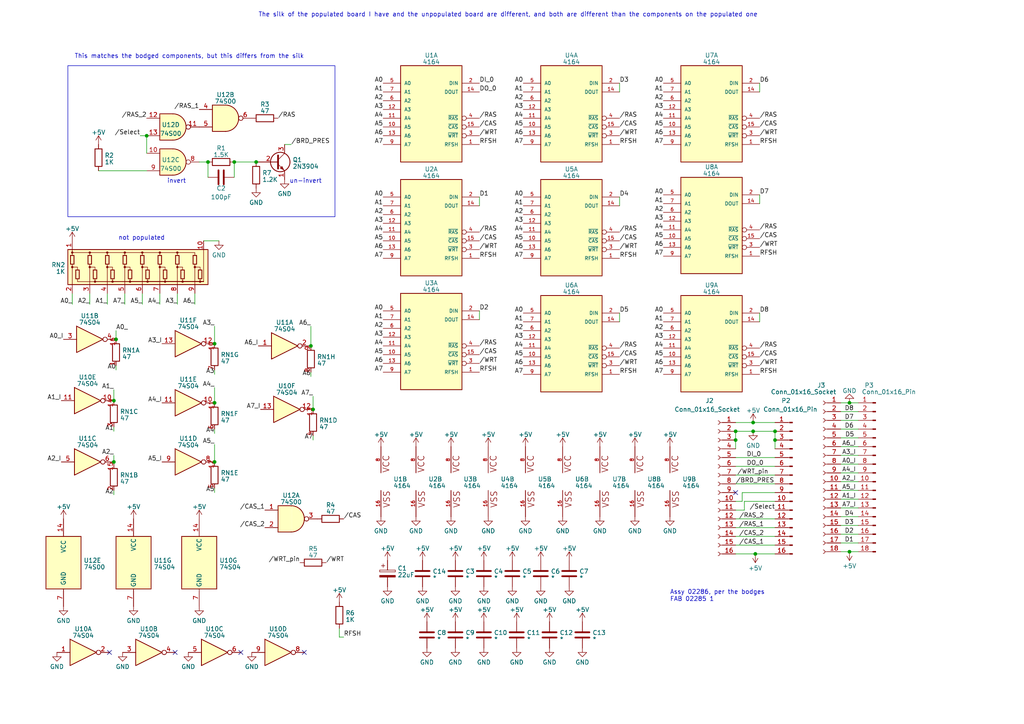
<source format=kicad_sch>
(kicad_sch (version 20230121) (generator eeschema)
  (paper "A4")
  (lib_symbols
    (symbol "74xx:74LS00" (pin_names (offset 1.016))
      (property "Reference" "U" (at 0 1.27 0))
      (property "Value" "74LS00" (at 0 -1.27 0))
      (symbol "74LS00_1_1"
        (pin input line (at -7.62 2.54 0) (length 3.81) (name "~") (number "1"))
        (pin input line (at -7.62 -2.54 0) (length 3.81) (name "~") (number "2"))
        (pin output inverted (at 7.62 0 180) (length 3.81) (name "~") (number "3"))
      )
      (symbol "74LS00_1_2"
        (pin input inverted (at -7.62 2.54 0) (length 4.318) (name "~") (number "1"))
        (pin input inverted (at -7.62 -2.54 0) (length 4.318) (name "~") (number "2"))
        (pin output line (at 7.62 0 180) (length 3.81) (name "~") (number "3"))
      )
      (symbol "74LS00_2_1"
        (pin input line (at -7.62 2.54 0) (length 3.81) (name "~") (number "4"))
        (pin input line (at -7.62 -2.54 0) (length 3.81) (name "~") (number "5"))
        (pin output inverted (at 7.62 0 180) (length 3.81) (name "~") (number "6"))
      )
      (symbol "74LS00_2_2"
        (pin input inverted (at -7.62 2.54 0) (length 4.318) (name "~") (number "4"))
        (pin input inverted (at -7.62 -2.54 0) (length 4.318) (name "~") (number "5"))
        (pin output line (at 7.62 0 180) (length 3.81) (name "~") (number "6"))
      )
      (symbol "74LS00_3_1"
        (pin input line (at -7.62 -2.54 0) (length 3.81) (name "~") (number "10"))
        (pin output inverted (at 7.62 0 180) (length 3.81) (name "~") (number "8"))
        (pin input line (at -7.62 2.54 0) (length 3.81) (name "~") (number "9"))
      )
      (symbol "74LS00_3_2"
        (pin input inverted (at -7.62 -2.54 0) (length 4.318) (name "~") (number "10"))
        (pin output line (at 7.62 0 180) (length 3.81) (name "~") (number "8"))
        (pin input inverted (at -7.62 2.54 0) (length 4.318) (name "~") (number "9"))
      )
      (symbol "74LS00_4_1"
        (pin output inverted (at 7.62 0 180) (length 3.81) (name "~") (number "11"))
        (pin input line (at -7.62 2.54 0) (length 3.81) (name "~") (number "12"))
        (pin input line (at -7.62 -2.54 0) (length 3.81) (name "~") (number "13"))
      )
      (symbol "74LS00_4_2"
        (pin output line (at 7.62 0 180) (length 3.81) (name "~") (number "11"))
        (pin input inverted (at -7.62 2.54 0) (length 4.318) (name "~") (number "12"))
        (pin input inverted (at -7.62 -2.54 0) (length 4.318) (name "~") (number "13"))
      )
      (symbol "74LS00_5_0"
        (pin power_in line (at 0 12.7 270) (length 5.08) (name "VCC") (number "14"))
        (pin power_in line (at 0 -12.7 90) (length 5.08) (name "GND") (number "7"))
      )
    )
    (symbol "74xx:74LS04"
      (property "Reference" "U" (at 0 1.27 0))
      (property "Value" "74LS04" (at 0 -1.27 0))
      (symbol "74LS04_1_0"
        (pin input line (at -7.62 0 0) (length 3.81) (name "~") (number "1"))
        (pin output inverted (at 7.62 0 180) (length 3.81) (name "~") (number "2"))
      )
      (symbol "74LS04_2_0"
        (pin input line (at -7.62 0 0) (length 3.81) (name "~") (number "3"))
        (pin output inverted (at 7.62 0 180) (length 3.81) (name "~") (number "4"))
      )
      (symbol "74LS04_3_0"
        (pin input line (at -7.62 0 0) (length 3.81) (name "~") (number "5"))
        (pin output inverted (at 7.62 0 180) (length 3.81) (name "~") (number "6"))
      )
      (symbol "74LS04_4_0"
        (pin output inverted (at 7.62 0 180) (length 3.81) (name "~") (number "8"))
        (pin input line (at -7.62 0 0) (length 3.81) (name "~") (number "9"))
      )
      (symbol "74LS04_5_0"
        (pin output inverted (at 7.62 0 180) (length 3.81) (name "~") (number "10"))
        (pin input line (at -7.62 0 0) (length 3.81) (name "~") (number "11"))
      )
      (symbol "74LS04_6_0"
        (pin output inverted (at 7.62 0 180) (length 3.81) (name "~") (number "12"))
        (pin input line (at -7.62 0 0) (length 3.81) (name "~") (number "13"))
      )
      (symbol "74LS04_7_0"
        (pin power_in line (at 0 12.7 270) (length 5.08) (name "VCC") (number "14"))
        (pin power_in line (at 0 -12.7 90) (length 5.08) (name "GND") (number "7"))
      )
    )
    (symbol "Connector:Conn_01x16_Pin" (pin_names (offset 1.016) hide)
      (property "Reference" "J" (at 0 20.32 0))
      (property "Value" "Conn_01x16_Pin" (at 0 -22.86 0))
      (symbol "Conn_01x16_Pin_1_1"
        (pin passive line (at 5.08 17.78 180) (length 3.81) (name "Pin_1") (number "1"))
        (pin passive line (at 5.08 -5.08 180) (length 3.81) (name "Pin_10") (number "10"))
        (pin passive line (at 5.08 -7.62 180) (length 3.81) (name "Pin_11") (number "11"))
        (pin passive line (at 5.08 -10.16 180) (length 3.81) (name "Pin_12") (number "12"))
        (pin passive line (at 5.08 -12.7 180) (length 3.81) (name "Pin_13") (number "13"))
        (pin passive line (at 5.08 -15.24 180) (length 3.81) (name "Pin_14") (number "14"))
        (pin passive line (at 5.08 -17.78 180) (length 3.81) (name "Pin_15") (number "15"))
        (pin passive line (at 5.08 -20.32 180) (length 3.81) (name "Pin_16") (number "16"))
        (pin passive line (at 5.08 15.24 180) (length 3.81) (name "Pin_2") (number "2"))
        (pin passive line (at 5.08 12.7 180) (length 3.81) (name "Pin_3") (number "3"))
        (pin passive line (at 5.08 10.16 180) (length 3.81) (name "Pin_4") (number "4"))
        (pin passive line (at 5.08 7.62 180) (length 3.81) (name "Pin_5") (number "5"))
        (pin passive line (at 5.08 5.08 180) (length 3.81) (name "Pin_6") (number "6"))
        (pin passive line (at 5.08 2.54 180) (length 3.81) (name "Pin_7") (number "7"))
        (pin passive line (at 5.08 0 180) (length 3.81) (name "Pin_8") (number "8"))
        (pin passive line (at 5.08 -2.54 180) (length 3.81) (name "Pin_9") (number "9"))
      )
    )
    (symbol "Connector:Conn_01x16_Socket" (pin_names (offset 1.016) hide)
      (property "Reference" "J" (at 0 20.32 0))
      (property "Value" "Conn_01x16_Socket" (at 0 -22.86 0))
      (symbol "Conn_01x16_Socket_1_1"
        (pin passive line (at -5.08 17.78 0) (length 3.81) (name "Pin_1") (number "1"))
        (pin passive line (at -5.08 -5.08 0) (length 3.81) (name "Pin_10") (number "10"))
        (pin passive line (at -5.08 -7.62 0) (length 3.81) (name "Pin_11") (number "11"))
        (pin passive line (at -5.08 -10.16 0) (length 3.81) (name "Pin_12") (number "12"))
        (pin passive line (at -5.08 -12.7 0) (length 3.81) (name "Pin_13") (number "13"))
        (pin passive line (at -5.08 -15.24 0) (length 3.81) (name "Pin_14") (number "14"))
        (pin passive line (at -5.08 -17.78 0) (length 3.81) (name "Pin_15") (number "15"))
        (pin passive line (at -5.08 -20.32 0) (length 3.81) (name "Pin_16") (number "16"))
        (pin passive line (at -5.08 15.24 0) (length 3.81) (name "Pin_2") (number "2"))
        (pin passive line (at -5.08 12.7 0) (length 3.81) (name "Pin_3") (number "3"))
        (pin passive line (at -5.08 10.16 0) (length 3.81) (name "Pin_4") (number "4"))
        (pin passive line (at -5.08 7.62 0) (length 3.81) (name "Pin_5") (number "5"))
        (pin passive line (at -5.08 5.08 0) (length 3.81) (name "Pin_6") (number "6"))
        (pin passive line (at -5.08 2.54 0) (length 3.81) (name "Pin_7") (number "7"))
        (pin passive line (at -5.08 0 0) (length 3.81) (name "Pin_8") (number "8"))
        (pin passive line (at -5.08 -2.54 0) (length 3.81) (name "Pin_9") (number "9"))
      )
    )
    (symbol "Connector:Conn_01x18_Pin" (pin_names (offset 1.016) hide)
      (property "Reference" "J" (at 0 22.86 0))
      (property "Value" "Conn_01x18_Pin" (at 0 -25.4 0))
      (symbol "Conn_01x18_Pin_1_1"
        (pin passive line (at 5.08 20.32 180) (length 3.81) (name "Pin_1") (number "1"))
        (pin passive line (at 5.08 -2.54 180) (length 3.81) (name "Pin_10") (number "10"))
        (pin passive line (at 5.08 -5.08 180) (length 3.81) (name "Pin_11") (number "11"))
        (pin passive line (at 5.08 -7.62 180) (length 3.81) (name "Pin_12") (number "12"))
        (pin passive line (at 5.08 -10.16 180) (length 3.81) (name "Pin_13") (number "13"))
        (pin passive line (at 5.08 -12.7 180) (length 3.81) (name "Pin_14") (number "14"))
        (pin passive line (at 5.08 -15.24 180) (length 3.81) (name "Pin_15") (number "15"))
        (pin passive line (at 5.08 -17.78 180) (length 3.81) (name "Pin_16") (number "16"))
        (pin passive line (at 5.08 -20.32 180) (length 3.81) (name "Pin_17") (number "17"))
        (pin passive line (at 5.08 -22.86 180) (length 3.81) (name "Pin_18") (number "18"))
        (pin passive line (at 5.08 17.78 180) (length 3.81) (name "Pin_2") (number "2"))
        (pin passive line (at 5.08 15.24 180) (length 3.81) (name "Pin_3") (number "3"))
        (pin passive line (at 5.08 12.7 180) (length 3.81) (name "Pin_4") (number "4"))
        (pin passive line (at 5.08 10.16 180) (length 3.81) (name "Pin_5") (number "5"))
        (pin passive line (at 5.08 7.62 180) (length 3.81) (name "Pin_6") (number "6"))
        (pin passive line (at 5.08 5.08 180) (length 3.81) (name "Pin_7") (number "7"))
        (pin passive line (at 5.08 2.54 180) (length 3.81) (name "Pin_8") (number "8"))
        (pin passive line (at 5.08 0 180) (length 3.81) (name "Pin_9") (number "9"))
      )
    )
    (symbol "Connector:Conn_01x18_Socket" (pin_names (offset 1.016) hide)
      (property "Reference" "J" (at 0 22.86 0))
      (property "Value" "Conn_01x18_Socket" (at 0 -25.4 0))
      (symbol "Conn_01x18_Socket_1_1"
        (pin passive line (at -5.08 20.32 0) (length 3.81) (name "Pin_1") (number "1"))
        (pin passive line (at -5.08 -2.54 0) (length 3.81) (name "Pin_10") (number "10"))
        (pin passive line (at -5.08 -5.08 0) (length 3.81) (name "Pin_11") (number "11"))
        (pin passive line (at -5.08 -7.62 0) (length 3.81) (name "Pin_12") (number "12"))
        (pin passive line (at -5.08 -10.16 0) (length 3.81) (name "Pin_13") (number "13"))
        (pin passive line (at -5.08 -12.7 0) (length 3.81) (name "Pin_14") (number "14"))
        (pin passive line (at -5.08 -15.24 0) (length 3.81) (name "Pin_15") (number "15"))
        (pin passive line (at -5.08 -17.78 0) (length 3.81) (name "Pin_16") (number "16"))
        (pin passive line (at -5.08 -20.32 0) (length 3.81) (name "Pin_17") (number "17"))
        (pin passive line (at -5.08 -22.86 0) (length 3.81) (name "Pin_18") (number "18"))
        (pin passive line (at -5.08 17.78 0) (length 3.81) (name "Pin_2") (number "2"))
        (pin passive line (at -5.08 15.24 0) (length 3.81) (name "Pin_3") (number "3"))
        (pin passive line (at -5.08 12.7 0) (length 3.81) (name "Pin_4") (number "4"))
        (pin passive line (at -5.08 10.16 0) (length 3.81) (name "Pin_5") (number "5"))
        (pin passive line (at -5.08 7.62 0) (length 3.81) (name "Pin_6") (number "6"))
        (pin passive line (at -5.08 5.08 0) (length 3.81) (name "Pin_7") (number "7"))
        (pin passive line (at -5.08 2.54 0) (length 3.81) (name "Pin_8") (number "8"))
        (pin passive line (at -5.08 0 0) (length 3.81) (name "Pin_9") (number "9"))
      )
    )
    (symbol "Device:C" (pin_numbers hide) (pin_names (offset 0.254))
      (property "Reference" "C" (at 0.635 2.54 0))
      (property "Value" "C" (at 0.635 -2.54 0))
      (symbol "C_1_1"
        (pin passive line (at 0 3.81 270) (length 2.794) (name "~") (number "1"))
        (pin passive line (at 0 -3.81 90) (length 2.794) (name "~") (number "2"))
      )
    )
    (symbol "Device:C_Polarized" (pin_numbers hide) (pin_names (offset 0.254))
      (property "Reference" "C" (at 0.635 2.54 0))
      (property "Value" "C_Polarized" (at 0.635 -2.54 0))
      (symbol "C_Polarized_1_1"
        (pin passive line (at 0 3.81 270) (length 2.794) (name "~") (number "1"))
        (pin passive line (at 0 -3.81 90) (length 2.794) (name "~") (number "2"))
      )
    )
    (symbol "Device:R" (pin_numbers hide) (pin_names (offset 0))
      (property "Reference" "R" (at 2.032 0 90))
      (property "Value" "R" (at 0 0 90))
      (symbol "R_1_1"
        (pin passive line (at 0 3.81 270) (length 1.27) (name "~") (number "1"))
        (pin passive line (at 0 -3.81 90) (length 1.27) (name "~") (number "2"))
      )
    )
    (symbol "Device:R_Network_Dividers_x08_SIP" (pin_names (offset 0) hide)
      (property "Reference" "RN" (at -22.86 0 90))
      (property "Value" "R_Network_Dividers_x08_SIP" (at 20.32 0 90))
      (symbol "R_Network_Dividers_x08_SIP_1_1"
        (pin passive line (at -20.32 7.62 270) (length 2.54) (name "COM1") (number "1"))
        (pin passive line (at 17.78 7.62 270) (length 2.54) (name "COM2") (number "10"))
        (pin passive line (at -20.32 -7.62 90) (length 2.54) (name "R1") (number "2"))
        (pin passive line (at -15.24 -7.62 90) (length 2.54) (name "R2") (number "3"))
        (pin passive line (at -10.16 -7.62 90) (length 2.54) (name "R3") (number "4"))
        (pin passive line (at -5.08 -7.62 90) (length 2.54) (name "R4") (number "5"))
        (pin passive line (at 0 -7.62 90) (length 2.54) (name "R5") (number "6"))
        (pin passive line (at 5.08 -7.62 90) (length 2.54) (name "R6") (number "7"))
        (pin passive line (at 10.16 -7.62 90) (length 2.54) (name "R7") (number "8"))
        (pin passive line (at 15.24 -7.62 90) (length 2.54) (name "R8") (number "9"))
      )
    )
    (symbol "Device:R_Pack08_Split" (pin_names (offset 0) hide)
      (property "Reference" "RN" (at 2.032 0 90))
      (property "Value" "R_Pack08_Split" (at 0 0 90))
      (symbol "R_Pack08_Split_1_1"
        (pin passive line (at 0 -3.81 90) (length 1.27) (name "R1.1") (number "1"))
        (pin passive line (at 0 3.81 270) (length 1.27) (name "R1.2") (number "16"))
      )
      (symbol "R_Pack08_Split_2_1"
        (pin passive line (at 0 3.81 270) (length 1.27) (name "R2.2") (number "15"))
        (pin passive line (at 0 -3.81 90) (length 1.27) (name "R2.1") (number "2"))
      )
      (symbol "R_Pack08_Split_3_1"
        (pin passive line (at 0 3.81 270) (length 1.27) (name "R3.2") (number "14"))
        (pin passive line (at 0 -3.81 90) (length 1.27) (name "R3.1") (number "3"))
      )
      (symbol "R_Pack08_Split_4_1"
        (pin passive line (at 0 3.81 270) (length 1.27) (name "R4.2") (number "13"))
        (pin passive line (at 0 -3.81 90) (length 1.27) (name "R4.1") (number "4"))
      )
      (symbol "R_Pack08_Split_5_1"
        (pin passive line (at 0 3.81 270) (length 1.27) (name "R5.2") (number "12"))
        (pin passive line (at 0 -3.81 90) (length 1.27) (name "R5.1") (number "5"))
      )
      (symbol "R_Pack08_Split_6_1"
        (pin passive line (at 0 3.81 270) (length 1.27) (name "R6.2") (number "11"))
        (pin passive line (at 0 -3.81 90) (length 1.27) (name "R6.1") (number "6"))
      )
      (symbol "R_Pack08_Split_7_1"
        (pin passive line (at 0 3.81 270) (length 1.27) (name "R7.2") (number "10"))
        (pin passive line (at 0 -3.81 90) (length 1.27) (name "R7.1") (number "7"))
      )
      (symbol "R_Pack08_Split_8_1"
        (pin passive line (at 0 -3.81 90) (length 1.27) (name "R8.1") (number "8"))
        (pin passive line (at 0 3.81 270) (length 1.27) (name "R8.2") (number "9"))
      )
    )
    (symbol "Evan's parts:4164" (pin_names (offset 1.016))
      (property "Reference" "IC" (at -5.08 12.7 0))
      (property "Value" "4164" (at -5.08 -12.065 0))
      (symbol "4164_1_0"
        (pin input line (at 15.24 -7.62 180) (length 5.08) (name "RFSH") (number "1"))
        (pin input line (at -12.7 -2.54 0) (length 5.08) (name "A5") (number "10"))
        (pin input line (at -12.7 0 0) (length 5.08) (name "A4") (number "11"))
        (pin input line (at -12.7 2.54 0) (length 5.08) (name "A3") (number "12"))
        (pin input line (at -12.7 -5.08 0) (length 5.08) (name "A6") (number "13"))
        (pin output line (at 15.24 7.62 180) (length 5.08) (name "DOUT") (number "14"))
        (pin input inverted (at 15.24 -2.54 180) (length 5.08) (name "~{CAS}") (number "15"))
        (pin input line (at 15.24 10.16 180) (length 5.08) (name "DIN") (number "2"))
        (pin input inverted (at 15.24 -5.08 180) (length 5.08) (name "~{WRT}") (number "3"))
        (pin input inverted (at 15.24 0 180) (length 5.08) (name "~{RAS}") (number "4"))
        (pin input line (at -12.7 10.16 0) (length 5.08) (name "A0") (number "5"))
        (pin input line (at -12.7 5.08 0) (length 5.08) (name "A2") (number "6"))
        (pin input line (at -12.7 7.62 0) (length 5.08) (name "A1") (number "7"))
        (pin input line (at -12.7 -7.62 0) (length 5.08) (name "A7") (number "9"))
      )
      (symbol "4164_2_0"
        (text "VCC" (at 2.54 2.54 900) (effects (font (size 1.778 1.778)) (justify left bottom)))
        (text "VSS" (at 0.635 -2.54 900) (effects (font (size 1.778 1.778)) (justify right top)))
        (pin power_in line (at 0 -10.16 90) (length 7.62) (name "~") (number "16"))
        (pin power_in line (at 0 10.16 270) (length 7.62) (name "~") (number "8"))
      )
    )
    (symbol "Transistor_BJT:2N3904" (pin_names (offset 0) hide)
      (property "Reference" "Q" (at 5.08 1.905 0))
      (property "Value" "2N3904" (at 5.08 0 0))
      (symbol "2N3904_1_1"
        (pin passive line (at 2.54 -5.08 90) (length 2.54) (name "E") (number "1"))
        (pin passive line (at -5.08 0 0) (length 5.715) (name "B") (number "2"))
        (pin passive line (at 2.54 5.08 270) (length 2.54) (name "C") (number "3"))
      )
    )
    (symbol "power:+5V" (power) (pin_names (offset 0))
      (property "Value" "+5V" (at 0 3.556 0))
      (symbol "+5V_1_1"
        (pin power_in line (at 0 0 90) (length 0) hide (name "+5V") (number "1"))
      )
    )
    (symbol "power:GND" (power) (pin_names (offset 0))
      (property "Value" "GND" (at 0 -3.81 0))
      (symbol "GND_1_1"
        (pin power_in line (at 0 0 270) (length 0) hide (name "GND") (number "1"))
      )
    )
  )
  (junction (at 224.79 125.095))
  (junction (at 33.655 98.425))
  (junction (at 62.23 116.84))
  (junction (at 90.805 118.745))
  (junction (at 62.23 99.695))
  (junction (at 74.295 46.99))
  (junction (at 42.545 39.37))
  (junction (at 33.02 133.985))
  (junction (at 218.44 125.095))
  (junction (at 213.36 127.635))
  (junction (at 62.23 133.985))
  (junction (at 219.075 160.655))
  (junction (at 60.325 46.99))
  (junction (at 213.36 125.095))
  (junction (at 246.38 116.84))
  (junction (at 246.38 160.02))
  (junction (at 67.945 46.99))
  (junction (at 90.17 100.33))
  (junction (at 218.44 122.555))
  (junction (at 33.02 116.205))
  (junction (at 224.79 127.635))
  (no_connect (at 31.75 189.23))
  (no_connect (at 213.36 142.875))
  (no_connect (at 69.85 189.23))
  (no_connect (at 88.265 189.23))
  (no_connect (at 50.8 189.23))
  (wire (pts (xy 215.9 147.955) (xy 215.9 145.415)))
  (wire (pts (xy 243.84 119.38) (xy 248.92 119.38)))
  (wire (pts (xy 62.23 94.615) (xy 62.23 99.695)))
  (wire (pts (xy 33.02 142.24) (xy 33.02 143.51)))
  (wire (pts (xy 218.44 122.555) (xy 224.79 122.555)))
  (wire (pts (xy 213.36 137.795) (xy 224.79 137.795)))
  (wire (pts (xy 179.705 24.13) (xy 179.705 26.67)))
  (wire (pts (xy 99.695 184.785) (xy 98.425 184.785)))
  (wire (pts (xy 28.575 49.53) (xy 42.545 49.53)))
  (wire (pts (xy 243.84 121.92) (xy 248.92 121.92)))
  (wire (pts (xy 243.84 147.32) (xy 248.92 147.32)))
  (wire (pts (xy 213.36 125.095) (xy 218.44 125.095)))
  (wire (pts (xy 90.805 114.935) (xy 90.805 118.745)))
  (wire (pts (xy 179.705 90.805) (xy 179.705 93.345)))
  (wire (pts (xy 59.055 69.85) (xy 63.5 69.85)))
  (wire (pts (xy 74.295 46.99) (xy 74.93 46.99)))
  (wire (pts (xy 243.84 144.78) (xy 248.92 144.78)))
  (wire (pts (xy 213.36 150.495) (xy 224.79 150.495)))
  (wire (pts (xy 62.23 107.315) (xy 62.23 108.585)))
  (wire (pts (xy 246.38 160.02) (xy 248.92 160.02)))
  (wire (pts (xy 40.64 39.37) (xy 42.545 39.37)))
  (wire (pts (xy 41.275 88.265) (xy 41.275 85.09)))
  (wire (pts (xy 213.36 132.715) (xy 224.79 132.715)))
  (wire (pts (xy 56.515 88.265) (xy 56.515 85.09)))
  (wire (pts (xy 60.325 46.99) (xy 60.325 51.435)))
  (wire (pts (xy 213.36 140.335) (xy 224.79 140.335)))
  (wire (pts (xy 243.84 152.4) (xy 248.92 152.4)))
  (wire (pts (xy 82.55 41.91) (xy 84.455 41.91)))
  (wire (pts (xy 220.345 90.805) (xy 220.345 93.345)))
  (wire (pts (xy 246.38 116.84) (xy 248.92 116.84)))
  (wire (pts (xy 213.36 122.555) (xy 218.44 122.555)))
  (wire (pts (xy 33.02 133.985) (xy 33.02 134.62)))
  (wire (pts (xy 213.36 145.415) (xy 215.265 145.415)))
  (wire (pts (xy 243.84 157.48) (xy 248.92 157.48)))
  (wire (pts (xy 26.035 85.09) (xy 26.035 88.265)))
  (wire (pts (xy 139.065 90.17) (xy 139.065 92.71)))
  (wire (pts (xy 33.655 106.045) (xy 33.655 107.315)))
  (wire (pts (xy 60.325 46.99) (xy 57.785 46.99)))
  (wire (pts (xy 224.79 127.635) (xy 224.79 130.175)))
  (wire (pts (xy 67.945 46.99) (xy 67.945 51.435)))
  (wire (pts (xy 62.23 128.905) (xy 62.23 133.985)))
  (wire (pts (xy 243.84 134.62) (xy 248.92 134.62)))
  (wire (pts (xy 33.02 132.08) (xy 33.02 133.985)))
  (wire (pts (xy 213.36 125.095) (xy 213.36 127.635)))
  (wire (pts (xy 220.345 24.13) (xy 220.345 26.67)))
  (wire (pts (xy 213.36 147.955) (xy 215.9 147.955)))
  (wire (pts (xy 31.115 85.09) (xy 31.115 88.265)))
  (wire (pts (xy 42.545 39.37) (xy 42.545 44.45)))
  (wire (pts (xy 224.79 125.095) (xy 224.79 127.635)))
  (wire (pts (xy 62.23 124.46) (xy 62.23 125.73)))
  (wire (pts (xy 243.84 132.08) (xy 248.92 132.08)))
  (wire (pts (xy 243.84 160.02) (xy 246.38 160.02)))
  (wire (pts (xy 220.345 56.515) (xy 220.345 59.055)))
  (wire (pts (xy 46.355 88.265) (xy 46.355 85.09)))
  (wire (pts (xy 243.84 127) (xy 248.92 127)))
  (wire (pts (xy 215.9 145.415) (xy 224.79 145.415)))
  (wire (pts (xy 90.17 94.615) (xy 90.17 100.33)))
  (wire (pts (xy 243.84 154.94) (xy 248.92 154.94)))
  (wire (pts (xy 33.02 113.03) (xy 33.02 116.205)))
  (wire (pts (xy 36.195 88.265) (xy 36.195 85.09)))
  (wire (pts (xy 213.36 160.655) (xy 219.075 160.655)))
  (wire (pts (xy 215.265 142.875) (xy 224.79 142.875)))
  (wire (pts (xy 213.36 155.575) (xy 224.79 155.575)))
  (wire (pts (xy 98.425 184.785) (xy 98.425 182.245)))
  (wire (pts (xy 243.84 137.16) (xy 248.92 137.16)))
  (wire (pts (xy 67.945 46.99) (xy 74.295 46.99)))
  (wire (pts (xy 213.36 135.255) (xy 224.79 135.255)))
  (wire (pts (xy 51.435 88.265) (xy 51.435 85.09)))
  (wire (pts (xy 218.44 125.095) (xy 224.79 125.095)))
  (wire (pts (xy 213.36 127.635) (xy 213.36 130.175)))
  (wire (pts (xy 243.84 142.24) (xy 248.92 142.24)))
  (wire (pts (xy 219.075 160.655) (xy 224.79 160.655)))
  (wire (pts (xy 139.065 57.15) (xy 139.065 59.69)))
  (wire (pts (xy 213.36 158.115) (xy 224.79 158.115)))
  (wire (pts (xy 243.84 139.7) (xy 248.92 139.7)))
  (wire (pts (xy 213.36 153.035) (xy 224.79 153.035)))
  (wire (pts (xy 20.955 85.09) (xy 20.955 88.265)))
  (wire (pts (xy 243.84 124.46) (xy 248.92 124.46)))
  (wire (pts (xy 243.84 129.54) (xy 248.92 129.54)))
  (wire (pts (xy 33.655 95.885) (xy 33.655 98.425)))
  (wire (pts (xy 243.84 149.86) (xy 248.92 149.86)))
  (wire (pts (xy 33.02 123.825) (xy 33.02 125.095)))
  (wire (pts (xy 215.265 145.415) (xy 215.265 142.875)))
  (wire (pts (xy 62.23 112.395) (xy 62.23 116.84)))
  (wire (pts (xy 90.17 107.95) (xy 90.17 109.22)))
  (wire (pts (xy 62.23 141.605) (xy 62.23 142.875)))
  (wire (pts (xy 179.705 57.15) (xy 179.705 59.69)))
  (wire (pts (xy 243.84 116.84) (xy 246.38 116.84)))
  (wire (pts (xy 90.805 126.365) (xy 90.805 127.635)))
  (rectangle (start 19.685 19.05) (end 97.155 62.865))
  (text "invert" (at 53.975 53.34 0) (effects (font (size 1.27 1.27)) (justify right bottom)))
  (text "Assy 02286, per the bodges\nFAB 02285 1" (at 194.31 174.625 0) (effects (font (size 1.27 1.27)) (justify left bottom)))
  (text "This matches the bodged components, but this differs from the silk" (at 21.59 17.145 0) (effects (font (size 1.27 1.27)) (justify left bottom)))
  (text "not populated" (at 34.29 69.85 0) (effects (font (size 1.27 1.27)) (justify left bottom)))
  (text "un-invert" (at 93.345 53.34 0) (effects (font (size 1.27 1.27)) (justify right bottom)))
  (text "The silk of the populated board I have and the unpopulated board are different, and both are different than the components on the populated one\n" (at 74.93 5.08 0) (effects (font (size 1.27 1.27)) (justify left bottom)))
  (label "A5" (at 192.405 69.215 180))
  (label "D7" (at 247.65 121.92 180))
  (label "D1" (at 247.65 157.48 180))
  (label "A3" (at 151.765 64.77 180))
  (label "{slash}RAS_1" (at 221.615 153.035 180))
  (label "A6_" (at 90.17 94.615 180))
  (label "{slash}WRT" (at 179.705 72.39 0))
  (label "D4" (at 179.705 57.15 0))
  (label "A7" (at 151.765 74.93 180))
  (label "A7_I" (at 248.285 147.32 180))
  (label "{slash}WRT" (at 139.065 105.41 0))
  (label "A5_I" (at 46.99 133.985 180))
  (label "A1" (at 111.125 59.69 180))
  (label "A6_I" (at 248.285 129.54 180))
  (label "{slash}RAS" (at 179.705 67.31 0))
  (label "A7_" (at 36.195 88.265 180))
  (label "A6" (at 151.765 106.045 180))
  (label "A6_" (at 56.515 88.265 180))
  (label "A2" (at 111.125 95.25 180))
  (label "DI_0" (at 139.065 24.13 0))
  (label "A4" (at 62.23 125.73 180))
  (label "{slash}WRT" (at 94.615 163.195 0))
  (label "{slash}CAS" (at 139.065 36.83 0))
  (label "A6" (at 151.765 39.37 180))
  (label "A6" (at 192.405 71.755 180))
  (label "A7" (at 151.765 108.585 180))
  (label "A0_" (at 33.655 95.885 0))
  (label "A4_" (at 62.23 112.395 180))
  (label "A6" (at 192.405 39.37 180))
  (label "A3" (at 62.23 108.585 180))
  (label "A1" (at 111.125 92.71 180))
  (label "{slash}CAS_2" (at 221.615 155.575 180))
  (label "A0" (at 33.655 107.315 180))
  (label "A6" (at 90.17 109.22 180))
  (label "{slash}CAS_1" (at 76.835 147.955 180))
  (label "{slash}WRT" (at 220.345 71.755 0))
  (label "A4" (at 192.405 100.965 180))
  (label "A3_I" (at 46.99 99.695 180))
  (label "A5" (at 151.765 103.505 180))
  (label "D8" (at 247.65 119.38 180))
  (label "RFSH" (at 139.065 41.91 0))
  (label "{slash}RAS" (at 139.065 34.29 0))
  (label "A6" (at 151.765 72.39 180))
  (label "A0_I" (at 18.415 98.425 180))
  (label "{slash}BRD_PRES" (at 84.455 41.91 0))
  (label "A1" (at 192.405 59.055 180))
  (label "A3" (at 192.405 31.75 180))
  (label "A2" (at 111.125 29.21 180))
  (label "A4_" (at 46.355 88.265 180))
  (label "D6" (at 247.65 124.46 180))
  (label "A4" (at 151.765 100.965 180))
  (label "A4" (at 111.125 67.31 180))
  (label "{slash}WRT" (at 220.345 106.045 0))
  (label "A2_" (at 33.02 132.08 180))
  (label "{slash}WRT" (at 179.705 106.045 0))
  (label "D3" (at 247.65 152.4 180))
  (label "{slash}CAS_1" (at 221.615 158.115 180))
  (label "A2_I" (at 17.78 133.985 180))
  (label "A4" (at 192.405 34.29 180))
  (label "RFSH" (at 139.065 74.93 0))
  (label "A1_I" (at 17.78 116.205 180))
  (label "{slash}RAS_2" (at 221.615 150.495 180))
  (label "RFSH" (at 220.345 74.295 0))
  (label "{slash}WRT" (at 220.345 39.37 0))
  (label "{slash}RAS" (at 179.705 100.965 0))
  (label "{slash}RAS" (at 139.065 100.33 0))
  (label "A7" (at 192.405 108.585 180))
  (label "A1" (at 151.765 26.67 180))
  (label "RFSH" (at 179.705 74.93 0))
  (label "D5" (at 179.705 90.805 0))
  (label "A7_" (at 90.805 114.935 180))
  (label "A1_I" (at 248.285 144.78 180))
  (label "A0" (at 151.765 57.15 180))
  (label "A3" (at 111.125 97.79 180))
  (label "D1" (at 139.065 57.15 0))
  (label "A5_" (at 41.275 88.265 180))
  (label "A0" (at 111.125 57.15 180))
  (label "A6" (at 111.125 39.37 180))
  (label "A1" (at 192.405 26.67 180))
  (label "A1" (at 33.02 125.095 180))
  (label "A4" (at 192.405 66.675 180))
  (label "{slash}WRT" (at 139.065 39.37 0))
  (label "{slash}RAS" (at 220.345 34.29 0))
  (label "A2" (at 151.765 62.23 180))
  (label "A6" (at 192.405 106.045 180))
  (label "{slash}CAS_2" (at 76.835 153.035 180))
  (label "A3_" (at 51.435 88.265 180))
  (label "A4" (at 111.125 100.33 180))
  (label "D2" (at 247.65 154.94 180))
  (label "RFSH" (at 179.705 41.91 0))
  (label "A5" (at 111.125 69.85 180))
  (label "{slash}CAS" (at 220.345 103.505 0))
  (label "{slash}CAS" (at 139.065 69.85 0))
  (label "A0" (at 111.125 24.13 180))
  (label "{slash}RAS" (at 179.705 34.29 0))
  (label "A5" (at 111.125 102.87 180))
  (label "A3_" (at 62.23 94.615 180))
  (label "A4_I" (at 46.99 116.84 180))
  (label "A2" (at 111.125 62.23 180))
  (label "A2" (at 33.02 143.51 180))
  (label "{slash}WRT_pin" (at 86.995 163.195 180))
  (label "{slash}RAS_1" (at 57.785 31.75 180))
  (label "A1_" (at 33.02 113.03 180))
  (label "A2" (at 192.405 29.21 180))
  (label "A0" (at 151.765 90.805 180))
  (label "A4" (at 151.765 67.31 180))
  (label "{slash}WRT" (at 179.705 39.37 0))
  (label "A5" (at 192.405 103.505 180))
  (label "A5_I" (at 248.285 142.24 180))
  (label "A3" (at 151.765 98.425 180))
  (label "A3" (at 192.405 98.425 180))
  (label "A7" (at 111.125 107.95 180))
  (label "A2" (at 192.405 95.885 180))
  (label "A2" (at 192.405 61.595 180))
  (label "A6" (at 111.125 105.41 180))
  (label "{slash}RAS_2" (at 42.545 34.29 180))
  (label "A3" (at 111.125 31.75 180))
  (label "{slash}CAS" (at 139.065 102.87 0))
  (label "A0" (at 151.765 24.13 180))
  (label "{slash}BRD_PRES" (at 213.36 140.335 0))
  (label "A1" (at 111.125 26.67 180))
  (label "{slash}RAS" (at 220.345 100.965 0))
  (label "{slash}RAS" (at 139.065 67.31 0))
  (label "A6" (at 111.125 72.39 180))
  (label "D4" (at 247.65 149.86 180))
  (label "RFSH" (at 99.695 184.785 0))
  (label "A4_I" (at 248.285 137.16 180))
  (label "A2" (at 151.765 29.21 180))
  (label "A2" (at 151.765 95.885 180))
  (label "A1" (at 151.765 59.69 180))
  (label "A2_I" (at 248.285 139.7 180))
  (label "{slash}Select" (at 224.79 147.955 180))
  (label "A1" (at 192.405 93.345 180))
  (label "{slash}CAS" (at 179.705 103.505 0))
  (label "A0" (at 192.405 90.805 180))
  (label "RFSH" (at 139.065 107.95 0))
  (label "{slash}CAS" (at 179.705 36.83 0))
  (label "A6_I" (at 74.93 100.33 180))
  (label "{slash}CAS" (at 220.345 36.83 0))
  (label "{slash}Select" (at 40.64 39.37 180))
  (label "A7" (at 111.125 41.91 180))
  (label "A0_I" (at 248.285 134.62 180))
  (label "A5" (at 62.23 142.875 180))
  (label "A5" (at 151.765 69.85 180))
  (label "A3" (at 192.405 64.135 180))
  (label "A7" (at 192.405 74.295 180))
  (label "A0" (at 192.405 24.13 180))
  (label "A1" (at 151.765 93.345 180))
  (label "{slash}WRT_pin" (at 222.885 137.795 180))
  (label "RFSH" (at 220.345 41.91 0))
  (label "D2" (at 139.065 90.17 0))
  (label "A7" (at 151.765 41.91 180))
  (label "{slash}RAS" (at 80.645 34.29 0))
  (label "A2_" (at 26.035 88.265 180))
  (label "{slash}RAS" (at 220.345 66.675 0))
  (label "A3" (at 111.125 64.77 180))
  (label "A3" (at 151.765 31.75 180))
  (label "RFSH" (at 179.705 108.585 0))
  (label "D3" (at 179.705 24.13 0))
  (label "A5" (at 151.765 36.83 180))
  (label "A5" (at 111.125 36.83 180))
  (label "A4" (at 111.125 34.29 180))
  (label "A0_" (at 20.955 88.265 180))
  (label "A7" (at 90.805 127.635 180))
  (label "A5" (at 192.405 36.83 180))
  (label "A0" (at 111.125 90.17 180))
  (label "A0" (at 192.405 56.515 180))
  (label "A7_I" (at 75.565 118.745 180))
  (label "D8" (at 220.345 90.805 0))
  (label "A7" (at 192.405 41.91 180))
  (label "{slash}CAS" (at 99.695 150.495 0))
  (label "DO_0" (at 216.535 135.255 0))
  (label "{slash}CAS" (at 179.705 69.85 0))
  (label "D6" (at 220.345 24.13 0))
  (label "DI_0" (at 216.535 132.715 0))
  (label "RFSH" (at 220.345 108.585 0))
  (label "{slash}CAS" (at 220.345 69.215 0))
  (label "D5" (at 245.11 127 0))
  (label "A3_I" (at 248.285 132.08 180))
  (label "A5_" (at 62.23 128.905 180))
  (label "D7" (at 220.345 56.515 0))
  (label "A1_" (at 31.115 88.265 180))
  (label "A7" (at 111.125 74.93 180))
  (label "A4" (at 151.765 34.29 180))
  (label "{slash}WRT" (at 139.065 72.39 0))
  (label "DO_0" (at 139.065 26.67 0))
  (symbol (lib_id "Evan's parts:4164") (at 205.105 66.675 0) (unit 1)
    (property "Reference" "U8" (at 206.375 48.4251 0))
    (property "Value" "4164" (at 206.375 50.3461 0))
    (property "Footprint" "DIL16" (effects hide))
  )
  (symbol (lib_id "Device:C") (at 156.845 166.37 0) (unit 1)
    (property "Reference" "C6" (at 159.766 165.7263 0) (effects (justify left)))
    (property "Value" "*" (at 159.766 167.6473 0) (effects (justify left)))
  )
  (symbol (lib_id "power:GND") (at 168.91 187.96 0) (unit 1)
    (property "Reference" "#PWR029" (effects hide))
    (property "Value" "GND" (at 168.91 192.0955 0))
  )
  (symbol (lib_id "power:GND") (at 130.81 149.86 0) (unit 1)
    (property "Reference" "#PWR055" (effects hide))
    (property "Value" "GND" (at 130.81 153.9955 0))
  )
  (symbol (lib_id "Connector:Conn_01x18_Socket") (at 238.76 137.16 0) (mirror y) (unit 1)
    (property "Reference" "J3" (at 239.395 111.76 0) (effects (justify left)))
    (property "Value" "Conn_01x16_Socket" (at 242.57 113.665 0) (effects (justify left)))
  )
  (symbol (lib_id "Device:R") (at 74.295 50.8 180) (unit 1)
    (property "Reference" "R7" (at 76.073 50.1563 0) (effects (justify right)))
    (property "Value" "1.2K" (at 76.073 52.0773 0) (effects (justify right)))
  )
  (symbol (lib_id "Evan's parts:4164") (at 163.195 139.7 0) (unit 2)
    (property "Reference" "U6" (at 166.7988 138.9716 0) (effects (justify left)))
    (property "Value" "4164" (at 166.7988 140.8926 0) (effects (justify left)))
    (property "Footprint" "DIL16" (effects hide))
  )
  (symbol (lib_id "power:+5V") (at 120.65 129.54 0) (unit 1)
    (property "Reference" "#PWR045" (effects hide))
    (property "Value" "+5V" (at 120.65 126.0381 0))
  )
  (symbol (lib_id "Device:R") (at 95.885 150.495 90) (unit 1)
    (property "Reference" "R4" (at 95.885 146.4691 90))
    (property "Value" "47" (at 95.885 148.3901 90))
  )
  (symbol (lib_id "power:GND") (at 148.59 170.18 0) (unit 1)
    (property "Reference" "#PWR013" (effects hide))
    (property "Value" "GND" (at 148.59 174.3155 0))
  )
  (symbol (lib_id "power:GND") (at 159.385 187.96 0) (unit 1)
    (property "Reference" "#PWR027" (effects hide))
    (property "Value" "GND" (at 159.385 192.0955 0))
  )
  (symbol (lib_id "74xx:74LS04") (at 43.18 189.23 0) (unit 2)
    (property "Reference" "U10" (at 43.18 182.4101 0))
    (property "Value" "74S04" (at 43.18 184.3311 0))
    (property "Datasheet" "http://www.ti.com/lit/gpn/sn74LS04" (effects hide))
  )
  (symbol (lib_id "Evan's parts:4164") (at 141.605 139.7 0) (unit 2)
    (property "Reference" "U4" (at 145.2088 138.9716 0) (effects (justify left)))
    (property "Value" "4164" (at 145.2088 140.8926 0) (effects (justify left)))
    (property "Footprint" "DIL16" (effects hide))
  )
  (symbol (lib_id "power:+5V") (at 152.4 129.54 0) (unit 1)
    (property "Reference" "#PWR048" (effects hide))
    (property "Value" "+5V" (at 152.4 126.0381 0))
  )
  (symbol (lib_id "power:GND") (at 152.4 149.86 0) (unit 1)
    (property "Reference" "#PWR057" (effects hide))
    (property "Value" "GND" (at 152.4 153.9955 0))
  )
  (symbol (lib_id "74xx:74LS04") (at 83.185 118.745 0) (unit 6)
    (property "Reference" "U10" (at 83.185 111.9251 0))
    (property "Value" "74S04" (at 83.185 113.8461 0))
    (property "Datasheet" "http://www.ti.com/lit/gpn/sn74LS04" (effects hide))
  )
  (symbol (lib_id "Evan's parts:4164") (at 164.465 100.965 0) (unit 1)
    (property "Reference" "U6" (at 165.735 82.7151 0))
    (property "Value" "4164" (at 165.735 84.6361 0))
    (property "Footprint" "DIL16" (effects hide))
  )
  (symbol (lib_id "power:+5V") (at 149.86 180.34 0) (unit 1)
    (property "Reference" "#PWR024" (effects hide))
    (property "Value" "+5V" (at 149.86 176.8381 0))
  )
  (symbol (lib_id "Evan's parts:4164") (at 164.465 34.29 0) (unit 1)
    (property "Reference" "U4" (at 165.735 16.0401 0))
    (property "Value" "4164" (at 165.735 17.9611 0))
    (property "Footprint" "DIL16" (effects hide))
  )
  (symbol (lib_id "Device:R") (at 76.835 34.29 90) (unit 1)
    (property "Reference" "R3" (at 76.835 30.2641 90))
    (property "Value" "47" (at 76.835 32.1851 90))
  )
  (symbol (lib_id "Device:R_Network_Dividers_x08_SIP") (at 41.275 77.47 0) (unit 1)
    (property "Reference" "RN2" (at 18.923 76.8263 0) (effects (justify right)))
    (property "Value" "1K" (at 18.923 78.7473 0) (effects (justify right)))
    (property "Footprint" "Resistor_THT:R_Array_SIP10" (effects hide))
    (property "Datasheet" "http://www.vishay.com/docs/31509/csc.pdf" (effects hide))
  )
  (symbol (lib_id "Device:R_Pack08_Split") (at 33.02 138.43 0) (unit 2)
    (property "Reference" "RN1" (at 34.798 137.7863 0) (effects (justify left)))
    (property "Value" "47" (at 34.798 139.7073 0) (effects (justify left)))
  )
  (symbol (lib_id "power:+5V") (at 140.335 162.56 0) (unit 1)
    (property "Reference" "#PWR010" (effects hide))
    (property "Value" "+5V" (at 140.335 159.0581 0))
  )
  (symbol (lib_id "power:GND") (at 184.15 149.86 0) (unit 1)
    (property "Reference" "#PWR060" (effects hide))
    (property "Value" "GND" (at 184.15 153.9955 0))
  )
  (symbol (lib_id "power:GND") (at 156.845 170.18 0) (unit 1)
    (property "Reference" "#PWR015" (effects hide))
    (property "Value" "GND" (at 156.845 174.3155 0))
  )
  (symbol (lib_id "Device:C") (at 140.335 166.37 0) (unit 1)
    (property "Reference" "C4" (at 143.256 165.7263 0) (effects (justify left)))
    (property "Value" "*" (at 143.256 167.6473 0) (effects (justify left)))
  )
  (symbol (lib_id "Device:R_Pack08_Split") (at 33.02 120.015 0) (unit 3)
    (property "Reference" "RN1" (at 34.798 119.3713 0) (effects (justify left)))
    (property "Value" "47" (at 34.798 121.2923 0) (effects (justify left)))
  )
  (symbol (lib_id "74xx:74LS04") (at 62.23 189.23 0) (unit 3)
    (property "Reference" "U10" (at 62.23 182.4101 0))
    (property "Value" "74S04" (at 62.23 184.3311 0))
    (property "Datasheet" "http://www.ti.com/lit/gpn/sn74LS04" (effects hide))
  )
  (symbol (lib_id "power:GND") (at 57.785 175.895 0) (unit 1)
    (property "Reference" "#PWR035" (effects hide))
    (property "Value" "GND" (at 57.785 180.0305 0))
  )
  (symbol (lib_id "Evan's parts:4164") (at 205.105 34.29 0) (unit 1)
    (property "Reference" "U7" (at 206.375 16.0401 0))
    (property "Value" "4164" (at 206.375 17.9611 0))
    (property "Footprint" "DIL16" (effects hide))
  )
  (symbol (lib_id "74xx:74LS00") (at 18.415 163.195 0) (unit 5)
    (property "Reference" "U12" (at 24.257 162.5513 0) (effects (justify left)))
    (property "Value" "74S00" (at 24.257 164.4723 0) (effects (justify left)))
    (property "Datasheet" "http://www.ti.com/lit/gpn/sn74ls00" (effects hide))
  )
  (symbol (lib_id "Evan's parts:4164") (at 123.825 67.31 0) (unit 1)
    (property "Reference" "U2" (at 125.095 49.0601 0))
    (property "Value" "4164" (at 125.095 50.9811 0))
    (property "Footprint" "DIL16" (effects hide))
  )
  (symbol (lib_id "power:GND") (at 173.99 149.86 0) (unit 1)
    (property "Reference" "#PWR059" (effects hide))
    (property "Value" "GND" (at 173.99 153.9955 0))
  )
  (symbol (lib_id "74xx:74LS00") (at 50.165 46.99 0) (mirror x) (unit 3)
    (property "Reference" "U12" (at 49.53 46.355 0))
    (property "Value" "74S00" (at 49.53 48.895 0))
    (property "Datasheet" "http://www.ti.com/lit/gpn/sn74ls00" (effects hide))
  )
  (symbol (lib_id "Device:C") (at 148.59 166.37 0) (unit 1)
    (property "Reference" "C5" (at 151.511 165.7263 0) (effects (justify left)))
    (property "Value" "*" (at 151.511 167.6473 0) (effects (justify left)))
  )
  (symbol (lib_id "Connector:Conn_01x16_Socket") (at 208.28 140.335 0) (mirror y) (unit 1)
    (property "Reference" "J2" (at 207.01 116.205 0) (effects (justify left)))
    (property "Value" "Conn_01x16_Socket" (at 214.63 118.745 0) (effects (justify left)))
  )
  (symbol (lib_id "Device:C") (at 132.08 184.15 0) (unit 1)
    (property "Reference" "C9" (at 135.001 183.5063 0) (effects (justify left)))
    (property "Value" "*" (at 135.001 185.4273 0) (effects (justify left)))
  )
  (symbol (lib_id "power:+5V") (at 246.38 160.02 180) (unit 1)
    (property "Reference" "#PWR02" (effects hide))
    (property "Value" "+5V" (at 246.38 164.1555 0))
  )
  (symbol (lib_id "power:+5V") (at 148.59 162.56 0) (unit 1)
    (property "Reference" "#PWR012" (effects hide))
    (property "Value" "+5V" (at 148.59 159.0581 0))
  )
  (symbol (lib_id "power:GND") (at 141.605 149.86 0) (unit 1)
    (property "Reference" "#PWR056" (effects hide))
    (property "Value" "GND" (at 141.605 153.9955 0))
  )
  (symbol (lib_id "Device:C") (at 168.91 184.15 0) (unit 1)
    (property "Reference" "C13" (at 171.831 183.5063 0) (effects (justify left)))
    (property "Value" "*" (at 171.831 185.4273 0) (effects (justify left)))
  )
  (symbol (lib_id "74xx:74LS04") (at 57.785 163.195 0) (unit 7)
    (property "Reference" "U10" (at 63.627 162.5513 0) (effects (justify left)))
    (property "Value" "74S04" (at 63.627 164.4723 0) (effects (justify left)))
    (property "Datasheet" "http://www.ti.com/lit/gpn/sn74LS04" (effects hide))
  )
  (symbol (lib_id "74xx:74LS04") (at 80.645 189.23 0) (unit 4)
    (property "Reference" "U10" (at 80.645 182.4101 0))
    (property "Value" "74S04" (at 80.645 184.3311 0))
    (property "Datasheet" "http://www.ti.com/lit/gpn/sn74LS04" (effects hide))
  )
  (symbol (lib_id "74xx:74LS04") (at 54.61 133.985 0) (unit 4)
    (property "Reference" "U11" (at 54.61 127.1651 0))
    (property "Value" "74S04" (at 54.61 129.0861 0))
    (property "Datasheet" "http://www.ti.com/lit/gpn/sn74LS04" (effects hide))
  )
  (symbol (lib_id "power:GND") (at 132.08 187.96 0) (unit 1)
    (property "Reference" "#PWR021" (effects hide))
    (property "Value" "GND" (at 132.08 192.0955 0))
  )
  (symbol (lib_id "power:GND") (at 163.195 149.86 0) (unit 1)
    (property "Reference" "#PWR058" (effects hide))
    (property "Value" "GND" (at 163.195 153.9955 0))
  )
  (symbol (lib_id "Device:C") (at 140.335 184.15 0) (unit 1)
    (property "Reference" "C10" (at 143.256 183.5063 0) (effects (justify left)))
    (property "Value" "*" (at 143.256 185.4273 0) (effects (justify left)))
  )
  (symbol (lib_id "Device:C") (at 165.1 166.37 0) (unit 1)
    (property "Reference" "C7" (at 168.021 165.7263 0) (effects (justify left)))
    (property "Value" "*" (at 168.021 167.6473 0) (effects (justify left)))
  )
  (symbol (lib_id "power:+5V") (at 132.08 180.34 0) (unit 1)
    (property "Reference" "#PWR020" (effects hide))
    (property "Value" "+5V" (at 132.08 176.8381 0))
  )
  (symbol (lib_id "power:+5V") (at 57.785 150.495 0) (unit 1)
    (property "Reference" "#PWR034" (effects hide))
    (property "Value" "+5V" (at 57.785 146.9931 0))
  )
  (symbol (lib_id "power:+5V") (at 219.075 160.655 180) (unit 1)
    (property "Reference" "#PWR03" (effects hide))
    (property "Value" "+5V" (at 219.075 164.7905 0))
  )
  (symbol (lib_id "power:+5V") (at 20.955 69.85 0) (unit 1)
    (property "Reference" "#PWR032" (effects hide))
    (property "Value" "+5V" (at 20.955 66.3481 0))
  )
  (symbol (lib_id "74xx:74LS04") (at 82.55 100.33 0) (unit 1)
    (property "Reference" "U11" (at 82.55 93.5101 0))
    (property "Value" "74S04" (at 82.55 95.4311 0))
    (property "Datasheet" "http://www.ti.com/lit/gpn/sn74LS04" (effects hide))
  )
  (symbol (lib_id "Device:C") (at 149.86 184.15 0) (unit 1)
    (property "Reference" "C11" (at 152.781 183.5063 0) (effects (justify left)))
    (property "Value" "*" (at 152.781 185.4273 0) (effects (justify left)))
  )
  (symbol (lib_id "power:+5V") (at 110.49 129.54 0) (unit 1)
    (property "Reference" "#PWR044" (effects hide))
    (property "Value" "+5V" (at 110.49 126.0381 0))
  )
  (symbol (lib_id "Device:C") (at 64.135 51.435 90) (unit 1)
    (property "Reference" "C2" (at 64.135 54.61 90))
    (property "Value" "100pF" (at 64.135 57.15 90))
  )
  (symbol (lib_id "74xx:74LS04") (at 26.035 98.425 0) (unit 2)
    (property "Reference" "U11" (at 26.035 91.6051 0))
    (property "Value" "74S04" (at 26.035 93.5261 0))
    (property "Datasheet" "http://www.ti.com/lit/gpn/sn74LS04" (effects hide))
  )
  (symbol (lib_id "74xx:74LS00") (at 50.165 36.83 0) (unit 4)
    (property "Reference" "U12" (at 49.53 36.195 0))
    (property "Value" "74S00" (at 49.53 38.735 0))
    (property "Datasheet" "http://www.ti.com/lit/gpn/sn74ls00" (effects hide))
  )
  (symbol (lib_id "power:GND") (at 165.1 170.18 0) (unit 1)
    (property "Reference" "#PWR017" (effects hide))
    (property "Value" "GND" (at 165.1 174.3155 0))
  )
  (symbol (lib_id "power:GND") (at 74.295 54.61 0) (unit 1)
    (property "Reference" "#PWR065" (effects hide))
    (property "Value" "GND" (at 74.295 58.7455 0))
  )
  (symbol (lib_id "power:+5V") (at 218.44 122.555 0) (unit 1)
    (property "Reference" "#PWR04" (effects hide))
    (property "Value" "+5V" (at 218.44 119.0531 0))
  )
  (symbol (lib_id "power:GND") (at 140.335 170.18 0) (unit 1)
    (property "Reference" "#PWR011" (effects hide))
    (property "Value" "GND" (at 140.335 174.3155 0))
  )
  (symbol (lib_id "Evan's parts:4164") (at 130.81 139.7 0) (unit 2)
    (property "Reference" "U3" (at 134.4138 138.9716 0) (effects (justify left)))
    (property "Value" "4164" (at 134.4138 140.8926 0) (effects (justify left)))
    (property "Footprint" "DIL16" (effects hide))
  )
  (symbol (lib_id "Evan's parts:4164") (at 184.15 139.7 0) (unit 2)
    (property "Reference" "U8" (at 187.7538 138.9716 0) (effects (justify left)))
    (property "Value" "4164" (at 187.7538 140.8926 0) (effects (justify left)))
    (property "Footprint" "DIL16" (effects hide))
  )
  (symbol (lib_id "power:GND") (at 246.38 116.84 180) (unit 1)
    (property "Reference" "#PWR01" (effects hide))
    (property "Value" "GND" (at 246.38 113.3381 0))
  )
  (symbol (lib_id "Evan's parts:4164") (at 194.31 139.7 0) (unit 2)
    (property "Reference" "U9" (at 197.9138 138.9716 0) (effects (justify left)))
    (property "Value" "4164" (at 197.9138 140.8926 0) (effects (justify left)))
    (property "Footprint" "DIL16" (effects hide))
  )
  (symbol (lib_id "Device:R_Pack08_Split") (at 90.17 104.14 0) (unit 8)
    (property "Reference" "RN1" (at 91.948 103.4963 0) (effects (justify left)))
    (property "Value" "47" (at 91.948 105.4173 0) (effects (justify left)))
  )
  (symbol (lib_id "power:+5V") (at 140.335 180.34 0) (unit 1)
    (property "Reference" "#PWR022" (effects hide))
    (property "Value" "+5V" (at 140.335 176.8381 0))
  )
  (symbol (lib_id "power:GND") (at 112.395 170.18 0) (unit 1)
    (property "Reference" "#PWR031" (effects hide))
    (property "Value" "GND" (at 112.395 174.3155 0))
  )
  (symbol (lib_id "74xx:74LS00") (at 84.455 150.495 0) (unit 1)
    (property "Reference" "U12" (at 84.4467 143.6751 0))
    (property "Value" "74S00" (at 84.4467 145.5961 0))
    (property "Datasheet" "http://www.ti.com/lit/gpn/sn74ls00" (effects hide))
  )
  (symbol (lib_id "power:GND") (at 120.65 149.86 0) (unit 1)
    (property "Reference" "#PWR054" (effects hide))
    (property "Value" "GND" (at 120.65 153.9955 0))
  )
  (symbol (lib_id "Device:R_Pack08_Split") (at 62.23 120.65 0) (unit 6)
    (property "Reference" "RN1" (at 64.008 120.0063 0) (effects (justify left)))
    (property "Value" "47" (at 64.008 121.9273 0) (effects (justify left)))
  )
  (symbol (lib_id "Device:R_Pack08_Split") (at 62.23 137.795 0) (unit 5)
    (property "Reference" "RN1" (at 64.008 137.1513 0) (effects (justify left)))
    (property "Value" "47" (at 64.008 139.0723 0) (effects (justify left)))
  )
  (symbol (lib_id "74xx:74LS04") (at 24.13 189.23 0) (unit 1)
    (property "Reference" "U10" (at 24.13 182.4101 0))
    (property "Value" "74S04" (at 24.13 184.3311 0))
    (property "Datasheet" "http://www.ti.com/lit/gpn/sn74LS04" (effects hide))
  )
  (symbol (lib_id "power:GND") (at 18.415 175.895 0) (unit 1)
    (property "Reference" "#PWR039" (effects hide))
    (property "Value" "GND" (at 18.415 180.0305 0))
  )
  (symbol (lib_id "power:+5V") (at 156.845 162.56 0) (unit 1)
    (property "Reference" "#PWR014" (effects hide))
    (property "Value" "+5V" (at 156.845 159.0581 0))
  )
  (symbol (lib_id "Connector:Conn_01x18_Pin") (at 254 137.16 0) (mirror y) (unit 1)
    (property "Reference" "P3" (at 252.095 111.76 0))
    (property "Value" "Conn_01x16_Pin" (at 257.81 113.665 0))
  )
  (symbol (lib_id "power:+5V") (at 141.605 129.54 0) (unit 1)
    (property "Reference" "#PWR047" (effects hide))
    (property "Value" "+5V" (at 141.605 126.0381 0))
  )
  (symbol (lib_id "Evan's parts:4164") (at 120.65 139.7 0) (unit 2)
    (property "Reference" "U2" (at 124.2538 138.9716 0) (effects (justify left)))
    (property "Value" "4164" (at 124.2538 140.8926 0) (effects (justify left)))
    (property "Footprint" "DIL16" (effects hide))
  )
  (symbol (lib_id "Device:R_Pack08_Split") (at 33.655 102.235 0) (unit 1)
    (property "Reference" "RN1" (at 35.433 101.5913 0) (effects (justify left)))
    (property "Value" "47" (at 35.433 103.5123 0) (effects (justify left)))
  )
  (symbol (lib_id "Device:R") (at 98.425 178.435 0) (unit 1)
    (property "Reference" "R6" (at 100.203 177.7913 0) (effects (justify left)))
    (property "Value" "1K" (at 100.203 179.7123 0) (effects (justify left)))
  )
  (symbol (lib_id "power:+5V") (at 194.31 129.54 0) (unit 1)
    (property "Reference" "#PWR052" (effects hide))
    (property "Value" "+5V" (at 194.31 126.0381 0))
  )
  (symbol (lib_id "Device:C") (at 159.385 184.15 0) (unit 1)
    (property "Reference" "C12" (at 162.306 183.5063 0) (effects (justify left)))
    (property "Value" "*" (at 162.306 185.4273 0) (effects (justify left)))
  )
  (symbol (lib_id "power:GND") (at 35.56 189.23 0) (unit 1)
    (property "Reference" "#PWR041" (effects hide))
    (property "Value" "GND" (at 35.56 193.3655 0))
  )
  (symbol (lib_id "power:+5V") (at 28.575 41.91 0) (unit 1)
    (property "Reference" "#PWR063" (effects hide))
    (property "Value" "+5V" (at 28.575 38.4081 0))
  )
  (symbol (lib_id "Device:C") (at 132.08 166.37 0) (unit 1)
    (property "Reference" "C3" (at 135.001 165.7263 0) (effects (justify left)))
    (property "Value" "*" (at 135.001 167.6473 0) (effects (justify left)))
  )
  (symbol (lib_id "power:+5V") (at 168.91 180.34 0) (unit 1)
    (property "Reference" "#PWR028" (effects hide))
    (property "Value" "+5V" (at 168.91 176.8381 0))
  )
  (symbol (lib_id "Device:C") (at 122.555 166.37 0) (unit 1)
    (property "Reference" "C14" (at 125.476 165.7263 0) (effects (justify left)))
    (property "Value" "*" (at 125.476 167.6473 0) (effects (justify left)))
  )
  (symbol (lib_id "Evan's parts:4164") (at 205.105 100.965 0) (unit 1)
    (property "Reference" "U9" (at 206.375 82.7151 0))
    (property "Value" "4164" (at 206.375 84.6361 0))
    (property "Footprint" "DIL16" (effects hide))
  )
  (symbol (lib_id "power:+5V") (at 122.555 162.56 0) (unit 1)
    (property "Reference" "#PWR07" (effects hide))
    (property "Value" "+5V" (at 122.555 159.0581 0))
  )
  (symbol (lib_id "power:+5V") (at 159.385 180.34 0) (unit 1)
    (property "Reference" "#PWR026" (effects hide))
    (property "Value" "+5V" (at 159.385 176.8381 0))
  )
  (symbol (lib_id "Evan's parts:4164") (at 110.49 139.7 0) (unit 2)
    (property "Reference" "U1" (at 114.0938 138.9716 0) (effects (justify left)))
    (property "Value" "4164" (at 114.0938 140.8926 0) (effects (justify left)))
    (property "Footprint" "DIL16" (effects hide))
  )
  (symbol (lib_id "74xx:74LS04") (at 54.61 99.695 0) (unit 6)
    (property "Reference" "U11" (at 54.61 92.8751 0))
    (property "Value" "74S04" (at 54.61 94.7961 0))
    (property "Datasheet" "http://www.ti.com/lit/gpn/sn74LS04" (effects hide))
  )
  (symbol (lib_id "Transistor_BJT:2N3904") (at 80.01 46.99 0) (unit 1)
    (property "Reference" "Q1" (at 84.8614 46.3463 0) (effects (justify left)))
    (property "Value" "2N3904" (at 84.8614 48.2673 0) (effects (justify left)))
    (property "Footprint" "Package_TO_SOT_THT:TO-92_Inline" (effects hide))
    (property "Datasheet" "https://www.onsemi.com/pub/Collateral/2N3903-D.PDF" (effects hide))
  )
  (symbol (lib_id "74xx:74LS04") (at 38.735 163.195 0) (unit 7)
    (property "Reference" "U11" (at 44.577 162.5513 0) (effects (justify left)))
    (property "Value" "74S04" (at 44.577 164.4723 0) (effects (justify left)))
    (property "Datasheet" "http://www.ti.com/lit/gpn/sn74LS04" (effects hide))
  )
  (symbol (lib_id "74xx:74LS04") (at 54.61 116.84 0) (unit 5)
    (property "Reference" "U11" (at 54.61 110.0201 0))
    (property "Value" "74S04" (at 54.61 111.9411 0))
    (property "Datasheet" "http://www.ti.com/lit/gpn/sn74LS04" (effects hide))
  )
  (symbol (lib_id "power:GND") (at 73.025 189.23 0) (unit 1)
    (property "Reference" "#PWR043" (effects hide))
    (property "Value" "GND" (at 73.025 193.3655 0))
  )
  (symbol (lib_id "74xx:74LS00") (at 65.405 34.29 0) (unit 2)
    (property "Reference" "U12" (at 65.3967 27.4701 0))
    (property "Value" "74S00" (at 65.3967 29.3911 0))
    (property "Datasheet" "http://www.ti.com/lit/gpn/sn74ls00" (effects hide))
  )
  (symbol (lib_id "Evan's parts:4164") (at 152.4 139.7 0) (unit 2)
    (property "Reference" "U5" (at 156.0038 138.9716 0) (effects (justify left)))
    (property "Value" "4164" (at 156.0038 140.8926 0) (effects (justify left)))
    (property "Footprint" "DIL16" (effects hide))
  )
  (symbol (lib_id "power:+5V") (at 132.08 162.56 0) (unit 1)
    (property "Reference" "#PWR08" (effects hide))
    (property "Value" "+5V" (at 132.08 159.0581 0))
  )
  (symbol (lib_id "Device:C") (at 123.825 184.15 0) (unit 1)
    (property "Reference" "C8" (at 126.746 183.5063 0) (effects (justify left)))
    (property "Value" "*" (at 126.746 185.4273 0) (effects (justify left)))
  )
  (symbol (lib_id "power:+5V") (at 184.15 129.54 0) (unit 1)
    (property "Reference" "#PWR051" (effects hide))
    (property "Value" "+5V" (at 184.15 126.0381 0))
  )
  (symbol (lib_id "Device:R") (at 64.135 46.99 90) (unit 1)
    (property "Reference" "R1" (at 64.135 42.9641 90))
    (property "Value" "1.5K" (at 64.135 44.8851 90))
  )
  (symbol (lib_id "power:+5V") (at 130.81 129.54 0) (unit 1)
    (property "Reference" "#PWR046" (effects hide))
    (property "Value" "+5V" (at 130.81 126.0381 0))
  )
  (symbol (lib_id "power:+5V") (at 112.395 162.56 0) (unit 1)
    (property "Reference" "#PWR030" (effects hide))
    (property "Value" "+5V" (at 112.395 159.0581 0))
  )
  (symbol (lib_id "power:+5V") (at 38.735 150.495 0) (unit 1)
    (property "Reference" "#PWR036" (effects hide))
    (property "Value" "+5V" (at 38.735 146.9931 0))
  )
  (symbol (lib_id "power:GND") (at 110.49 149.86 0) (unit 1)
    (property "Reference" "#PWR053" (effects hide))
    (property "Value" "GND" (at 110.49 153.9955 0))
  )
  (symbol (lib_id "power:GND") (at 38.735 175.895 0) (unit 1)
    (property "Reference" "#PWR037" (effects hide))
    (property "Value" "GND" (at 38.735 180.0305 0))
  )
  (symbol (lib_id "power:GND") (at 16.51 189.23 0) (unit 1)
    (property "Reference" "#PWR040" (effects hide))
    (property "Value" "GND" (at 16.51 193.3655 0))
  )
  (symbol (lib_id "power:+5V") (at 18.415 150.495 0) (unit 1)
    (property "Reference" "#PWR038" (effects hide))
    (property "Value" "+5V" (at 18.415 146.9931 0))
  )
  (symbol (lib_id "Device:R") (at 28.575 45.72 0) (unit 1)
    (property "Reference" "R2" (at 30.353 45.0763 0) (effects (justify left)))
    (property "Value" "1K" (at 30.353 46.9973 0) (effects (justify left)))
  )
  (symbol (lib_id "Evan's parts:4164") (at 173.99 139.7 0) (unit 2)
    (property "Reference" "U7" (at 177.5938 138.9716 0) (effects (justify left)))
    (property "Value" "4164" (at 177.5938 140.8926 0) (effects (justify left)))
    (property "Footprint" "DIL16" (effects hide))
  )
  (symbol (lib_id "power:+5V") (at 123.825 180.34 0) (unit 1)
    (property "Reference" "#PWR018" (effects hide))
    (property "Value" "+5V" (at 123.825 176.8381 0))
  )
  (symbol (lib_id "Device:C_Polarized") (at 112.395 166.37 0) (unit 1)
    (property "Reference" "C1" (at 115.316 164.8373 0) (effects (justify left)))
    (property "Value" "22uF" (at 115.316 166.7583 0) (effects (justify left)))
  )
  (symbol (lib_id "Device:R") (at 90.805 163.195 90) (unit 1)
    (property "Reference" "R5" (at 90.805 159.1691 90))
    (property "Value" "47" (at 90.805 161.0901 90))
  )
  (symbol (lib_id "power:GND") (at 140.335 187.96 0) (unit 1)
    (property "Reference" "#PWR023" (effects hide))
    (property "Value" "GND" (at 140.335 192.0955 0))
  )
  (symbol (lib_id "74xx:74LS04") (at 25.4 116.205 0) (unit 5)
    (property "Reference" "U10" (at 25.4 109.3851 0))
    (property "Value" "74S04" (at 25.4 111.3061 0))
    (property "Datasheet" "http://www.ti.com/lit/gpn/sn74LS04" (effects hide))
  )
  (symbol (lib_id "power:GND") (at 63.5 69.85 0) (unit 1)
    (property "Reference" "#PWR033" (effects hide))
    (property "Value" "GND" (at 63.5 73.9855 0))
  )
  (symbol (lib_id "power:GND") (at 122.555 170.18 0) (unit 1)
    (property "Reference" "#PWR06" (effects hide))
    (property "Value" "GND" (at 122.555 174.3155 0))
  )
  (symbol (lib_id "power:GND") (at 218.44 125.095 0) (unit 1)
    (property "Reference" "#PWR05" (effects hide))
    (property "Value" "GND" (at 218.44 129.2305 0))
  )
  (symbol (lib_id "Connector:Conn_01x16_Pin") (at 229.87 140.335 0) (mirror y) (unit 1)
    (property "Reference" "P2" (at 227.965 116.205 0))
    (property "Value" "Conn_01x16_Pin" (at 229.235 118.745 0))
  )
  (symbol (lib_id "power:GND") (at 149.86 187.96 0) (unit 1)
    (property "Reference" "#PWR025" (effects hide))
    (property "Value" "GND" (at 149.86 192.0955 0))
  )
  (symbol (lib_id "power:GND") (at 132.08 170.18 0) (unit 1)
    (property "Reference" "#PWR09" (effects hide))
    (property "Value" "GND" (at 132.08 174.3155 0))
  )
  (symbol (lib_id "power:+5V") (at 165.1 162.56 0) (unit 1)
    (property "Reference" "#PWR016" (effects hide))
    (property "Value" "+5V" (at 165.1 159.0581 0))
  )
  (symbol (lib_id "Device:R_Pack08_Split") (at 62.23 103.505 0) (unit 7)
    (property "Reference" "RN1" (at 64.008 102.8613 0) (effects (justify left)))
    (property "Value" "47" (at 64.008 104.7823 0) (effects (justify left)))
  )
  (symbol (lib_id "power:GND") (at 194.31 149.86 0) (unit 1)
    (property "Reference" "#PWR061" (effects hide))
    (property "Value" "GND" (at 194.31 153.9955 0))
  )
  (symbol (lib_id "power:+5V") (at 163.195 129.54 0) (unit 1)
    (property "Reference" "#PWR049" (effects hide))
    (property "Value" "+5V" (at 163.195 126.0381 0))
  )
  (symbol (lib_id "74xx:74LS04") (at 25.4 133.985 0) (unit 3)
    (property "Reference" "U11" (at 25.4 127.1651 0))
    (property "Value" "74S04" (at 25.4 129.0861 0))
    (property "Datasheet" "http://www.ti.com/lit/gpn/sn74LS04" (effects hide))
  )
  (symbol (lib_id "Device:R_Pack08_Split") (at 90.805 122.555 0) (unit 4)
    (property "Reference" "RN1" (at 92.583 121.9113 0) (effects (justify left)))
    (property "Value" "47" (at 92.583 123.8323 0) (effects (justify left)))
  )
  (symbol (lib_id "power:GND") (at 123.825 187.96 0) (unit 1)
    (property "Reference" "#PWR019" (effects hide))
    (property "Value" "GND" (at 123.825 192.0955 0))
  )
  (symbol (lib_id "Evan's parts:4164") (at 123.825 100.33 0) (unit 1)
    (property "Reference" "U3" (at 125.095 82.0801 0))
    (property "Value" "4164" (at 125.095 84.0011 0))
    (property "Footprint" "DIL16" (effects hide))
  )
  (symbol (lib_id "power:+5V") (at 98.425 174.625 0) (unit 1)
    (property "Reference" "#PWR062" (effects hide))
    (property "Value" "+5V" (at 98.425 171.1231 0))
  )
  (symbol (lib_id "Evan's parts:4164") (at 164.465 67.31 0) (unit 1)
    (property "Reference" "U5" (at 165.735 49.0601 0))
    (property "Value" "4164" (at 165.735 50.9811 0))
    (property "Footprint" "DIL16" (effects hide))
  )
  (symbol (lib_id "power:GND") (at 54.61 189.23 0) (unit 1)
    (property "Reference" "#PWR042" (effects hide))
    (property "Value" "GND" (at 54.61 193.3655 0))
  )
  (symbol (lib_id "power:GND") (at 82.55 52.07 0) (unit 1)
    (property "Reference" "#PWR064" (effects hide))
    (property "Value" "GND" (at 82.55 56.2055 0))
  )
  (symbol (lib_id "Evan's parts:4164") (at 123.825 34.29 0) (unit 1)
    (property "Reference" "U1" (at 125.095 16.0401 0))
    (property "Value" "4164" (at 125.095 17.9611 0))
    (property "Footprint" "DIL16" (effects hide))
  )
  (symbol (lib_id "power:+5V") (at 173.99 129.54 0) (unit 1)
    (property "Reference" "#PWR050" (effects hide))
    (property "Value" "+5V" (at 173.99 126.0381 0))
  )
)
</source>
